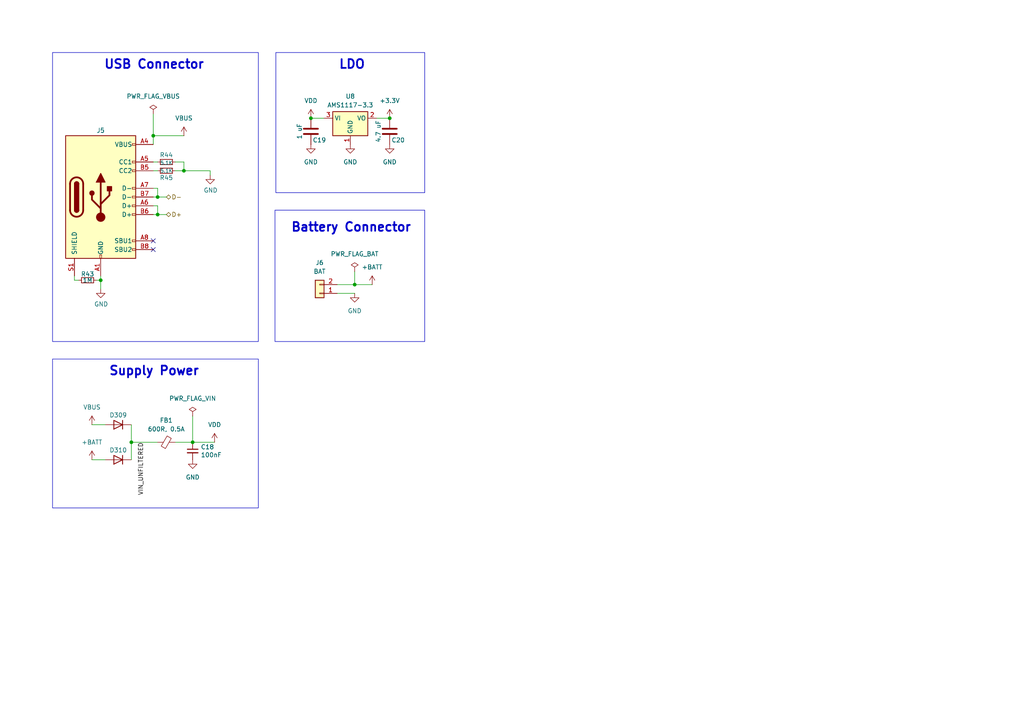
<source format=kicad_sch>
(kicad_sch (version 20250114) (generator "eeschema") (generator_version "9.0")
  (paper "A4")
  (title_block (title "Badge for RIOT Summit '25") (date "2025-08-03") (rev "0.1") (company "Marian Buschsieweke") (comment 1 "With lots of help from https://badge.team"))
  (lib_symbols
    (symbol "Connector:USB_C_Receptacle_USB2.0_16P" (pin_names (offset 1.016))
      (property "Reference" "J" (at 0 22.225 0))
      (property "Value" "USB_C_Receptacle_USB2.0_16P" (at 0 19.685 0))
      (symbol "USB_C_Receptacle_USB2.0_16P_0_0"
        (rectangle (start -0.254 -17.78) (end 0.254 -16.764))
        (rectangle (start 10.16 15.494) (end 9.144 14.986))
        (rectangle (start 10.16 10.414) (end 9.144 9.906))
        (rectangle (start 10.16 7.874) (end 9.144 7.366))
        (rectangle (start 10.16 2.794) (end 9.144 2.286))
        (rectangle (start 10.16 0.254) (end 9.144 -0.254))
        (rectangle (start 10.16 -2.286) (end 9.144 -2.794))
        (rectangle (start 10.16 -4.826) (end 9.144 -5.334))
        (rectangle (start 10.16 -12.446) (end 9.144 -12.954))
        (rectangle (start 10.16 -14.986) (end 9.144 -15.494))
      )
      (symbol "USB_C_Receptacle_USB2.0_16P_0_1"
        (rectangle (start -10.16 17.78) (end 10.16 -17.78) (stroke (width 0.254)) (fill (type background)))
        (polyline (pts (xy -8.89 -3.81) (xy -8.89 3.81)) (stroke (width 0.508)))
        (rectangle (start -7.62 -3.81) (end -6.35 3.81) (stroke (width 0.254)) (fill (type outline)))
        (arc (start -7.62 3.81) (mid -6.985 4.4423) (end -6.35 3.81) (stroke (width 0.254)))
        (arc (start -7.62 3.81) (mid -6.985 4.4423) (end -6.35 3.81) (stroke (width 0.254)) (fill (type outline)))
        (arc (start -8.89 3.81) (mid -6.985 5.7067) (end -5.08 3.81) (stroke (width 0.508)))
        (arc (start -5.08 -3.81) (mid -6.985 -5.7067) (end -8.89 -3.81) (stroke (width 0.508)))
        (arc (start -6.35 -3.81) (mid -6.985 -4.4423) (end -7.62 -3.81) (stroke (width 0.254)))
        (arc (start -6.35 -3.81) (mid -6.985 -4.4423) (end -7.62 -3.81) (stroke (width 0.254)) (fill (type outline)))
        (polyline (pts (xy -5.08 3.81) (xy -5.08 -3.81)) (stroke (width 0.508)))
        (circle (center -2.54 1.143) (radius 0.635) (stroke (width 0.254)) (fill (type outline)))
        (polyline (pts (xy -1.27 4.318) (xy 0 6.858) (xy 1.27 4.318) (xy -1.27 4.318)) (stroke (width 0.254)) (fill (type outline)))
        (polyline (pts (xy 0 -2.032) (xy 2.54 0.508) (xy 2.54 1.778)) (stroke (width 0.508)))
        (polyline (pts (xy 0 -3.302) (xy -2.54 -0.762) (xy -2.54 0.508)) (stroke (width 0.508)))
        (polyline (pts (xy 0 -5.842) (xy 0 4.318)) (stroke (width 0.508)))
        (circle (center 0 -5.842) (radius 1.27) (fill (type outline)))
        (rectangle (start 1.905 1.778) (end 3.175 3.048) (stroke (width 0.254)) (fill (type outline)))
      )
      (symbol "USB_C_Receptacle_USB2.0_16P_1_1"
        (pin passive line (at -7.62 -22.86 90) (length 5.08) (name "SHIELD") (number "S1"))
        (pin passive line (at 0 -22.86 90) (length 5.08) (name "GND") (number "A1"))
        (pin passive line (at 0 -22.86 90) (length 5.08) (hide yes) (name "GND") (number "A12"))
        (pin passive line (at 0 -22.86 90) (length 5.08) (hide yes) (name "GND") (number "B1"))
        (pin passive line (at 0 -22.86 90) (length 5.08) (hide yes) (name "GND") (number "B12"))
        (pin passive line (at 15.24 15.24 180) (length 5.08) (name "VBUS") (number "A4"))
        (pin passive line (at 15.24 15.24 180) (length 5.08) (hide yes) (name "VBUS") (number "A9"))
        (pin passive line (at 15.24 15.24 180) (length 5.08) (hide yes) (name "VBUS") (number "B4"))
        (pin passive line (at 15.24 15.24 180) (length 5.08) (hide yes) (name "VBUS") (number "B9"))
        (pin bidirectional line (at 15.24 10.16 180) (length 5.08) (name "CC1") (number "A5"))
        (pin bidirectional line (at 15.24 7.62 180) (length 5.08) (name "CC2") (number "B5"))
        (pin bidirectional line (at 15.24 2.54 180) (length 5.08) (name "D-") (number "A7"))
        (pin bidirectional line (at 15.24 0 180) (length 5.08) (name "D-") (number "B7"))
        (pin bidirectional line (at 15.24 -2.54 180) (length 5.08) (name "D+") (number "A6"))
        (pin bidirectional line (at 15.24 -5.08 180) (length 5.08) (name "D+") (number "B6"))
        (pin bidirectional line (at 15.24 -12.7 180) (length 5.08) (name "SBU1") (number "A8"))
        (pin bidirectional line (at 15.24 -15.24 180) (length 5.08) (name "SBU2") (number "B8"))
      )
    )
    (symbol "Connector_Generic:Conn_01x02" (pin_names (offset 1.016) (hide yes))
      (property "Reference" "J" (at 0 2.54 0))
      (property "Value" "Conn_01x02" (at 0 -5.08 0))
      (symbol "Conn_01x02_1_1"
        (rectangle (start -1.27 1.27) (end 1.27 -3.81) (stroke (width 0.254)) (fill (type background)))
        (rectangle (start -1.27 0.127) (end 0 -0.127) (stroke (width 0.1524)))
        (rectangle (start -1.27 -2.413) (end 0 -2.667) (stroke (width 0.1524)))
        (pin passive line (at -5.08 0 0) (length 3.81) (name "Pin_1") (number "1"))
        (pin passive line (at -5.08 -2.54 0) (length 3.81) (name "Pin_2") (number "2"))
      )
    )
    (symbol "Device:C" (pin_numbers (hide yes)) (pin_names (offset 0.254))
      (property "Reference" "C" (at 0.635 2.54 0))
      (property "Value" "C" (at 0.635 -2.54 0))
      (symbol "C_0_1"
        (polyline (pts (xy -2.032 0.762) (xy 2.032 0.762)) (stroke (width 0.508)))
        (polyline (pts (xy -2.032 -0.762) (xy 2.032 -0.762)) (stroke (width 0.508)))
      )
      (symbol "C_1_1"
        (pin passive line (at 0 3.81 270) (length 2.794) (name "~") (number "1"))
        (pin passive line (at 0 -3.81 90) (length 2.794) (name "~") (number "2"))
      )
    )
    (symbol "Device:C_Small" (pin_numbers (hide yes)) (pin_names (offset 0.254) (hide yes))
      (property "Reference" "C" (at 0.254 1.778 0))
      (property "Value" "C_Small" (at 0.254 -2.032 0))
      (symbol "C_Small_0_1"
        (polyline (pts (xy -1.524 0.508) (xy 1.524 0.508)) (stroke (width 0.3048)))
        (polyline (pts (xy -1.524 -0.508) (xy 1.524 -0.508)) (stroke (width 0.3302)))
      )
      (symbol "C_Small_1_1"
        (pin passive line (at 0 2.54 270) (length 2.032) (name "~") (number "1"))
        (pin passive line (at 0 -2.54 90) (length 2.032) (name "~") (number "2"))
      )
    )
    (symbol "Device:D" (pin_numbers (hide yes)) (pin_names (offset 1.016) (hide yes))
      (property "Reference" "D" (at 0 2.54 0))
      (property "Value" "D" (at 0 -2.54 0))
      (symbol "D_0_1"
        (polyline (pts (xy -1.27 1.27) (xy -1.27 -1.27)) (stroke (width 0.254)))
        (polyline (pts (xy 1.27 1.27) (xy 1.27 -1.27) (xy -1.27 0) (xy 1.27 1.27)) (stroke (width 0.254)))
        (polyline (pts (xy 1.27 0) (xy -1.27 0)))
      )
      (symbol "D_1_1"
        (pin passive line (at -3.81 0 0) (length 2.54) (name "K") (number "1"))
        (pin passive line (at 3.81 0 180) (length 2.54) (name "A") (number "2"))
      )
    )
    (symbol "Device:FerriteBead_Small" (pin_numbers (hide yes)) (pin_names (offset 0))
      (property "Reference" "FB" (at 1.905 1.27 0))
      (property "Value" "FerriteBead_Small" (at 1.905 -1.27 0))
      (symbol "FerriteBead_Small_0_1"
        (polyline (pts (xy -1.8288 0.2794) (xy -1.1176 1.4986) (xy 1.8288 -0.2032) (xy 1.1176 -1.4224) (xy -1.8288 0.2794)))
        (polyline (pts (xy 0 0.889) (xy 0 1.2954)))
        (polyline (pts (xy 0 -1.27) (xy 0 -0.7874)))
      )
      (symbol "FerriteBead_Small_1_1"
        (pin passive line (at 0 2.54 270) (length 1.27) (name "~") (number "1"))
        (pin passive line (at 0 -2.54 90) (length 1.27) (name "~") (number "2"))
      )
    )
    (symbol "Device:R_Small" (pin_numbers (hide yes)) (pin_names (offset 0.254) (hide yes))
      (property "Reference" "R" (at 0 0 90))
      (property "Value" "R_Small" (at 1.778 0 90))
      (symbol "R_Small_0_1"
        (rectangle (start -0.762 1.778) (end 0.762 -1.778) (stroke (width 0.2032)))
      )
      (symbol "R_Small_1_1"
        (pin passive line (at 0 2.54 270) (length 0.762) (name "~") (number "1"))
        (pin passive line (at 0 -2.54 90) (length 0.762) (name "~") (number "2"))
      )
    )
    (symbol "R_Small_1" (pin_numbers (hide yes)) (pin_names (offset 0.254) (hide yes))
      (property "Reference" "R" (at 0 0 90))
      (property "Value" "R_Small" (at 1.778 0 90))
      (symbol "R_Small_1_0_1"
        (rectangle (start -0.762 1.778) (end 0.762 -1.778) (stroke (width 0.2032)))
      )
      (symbol "R_Small_1_1_1"
        (pin passive line (at 0 2.54 270) (length 0.762) (name "~") (number "1"))
        (pin passive line (at 0 -2.54 90) (length 0.762) (name "~") (number "2"))
      )
    )
    (symbol "R_Small_2" (pin_numbers (hide yes)) (pin_names (offset 0.254) (hide yes))
      (property "Reference" "R" (at 0 0 90))
      (property "Value" "R_Small" (at 1.778 0 90))
      (symbol "R_Small_2_0_1"
        (rectangle (start -0.762 1.778) (end 0.762 -1.778) (stroke (width 0.2032)))
      )
      (symbol "R_Small_2_1_1"
        (pin passive line (at 0 2.54 270) (length 0.762) (name "~") (number "1"))
        (pin passive line (at 0 -2.54 90) (length 0.762) (name "~") (number "2"))
      )
    )
    (symbol "Regulator_Linear:AMS1117-3.3"
      (property "Reference" "U" (at -3.81 3.175 0))
      (property "Value" "AMS1117-3.3" (at 0 3.175 0))
      (symbol "AMS1117-3.3_0_1"
        (rectangle (start -5.08 -5.08) (end 5.08 1.905) (stroke (width 0.254)) (fill (type background)))
      )
      (symbol "AMS1117-3.3_1_1"
        (pin power_in line (at -7.62 0 0) (length 2.54) (name "VI") (number "3"))
        (pin power_in line (at 0 -7.62 90) (length 2.54) (name "GND") (number "1"))
        (pin power_out line (at 7.62 0 180) (length 2.54) (name "VO") (number "2"))
      )
    )
    (symbol "power:+3.3V" (power) (pin_numbers (hide yes)) (pin_names (offset 0) (hide yes))
      (property "Value" "+3.3V" (at 0 3.556 0))
      (symbol "+3.3V_0_1"
        (polyline (pts (xy -0.762 1.27) (xy 0 2.54)))
        (polyline (pts (xy 0 2.54) (xy 0.762 1.27)))
        (polyline (pts (xy 0 0) (xy 0 2.54)))
      )
      (symbol "+3.3V_1_1"
        (pin power_in line (at 0 0 90) (length 0) (name "~") (number "1"))
      )
    )
    (symbol "power:+BATT" (power) (pin_numbers (hide yes)) (pin_names (offset 0) (hide yes))
      (property "Value" "+BATT" (at 0 3.556 0))
      (symbol "+BATT_0_1"
        (polyline (pts (xy -0.762 1.27) (xy 0 2.54)))
        (polyline (pts (xy 0 2.54) (xy 0.762 1.27)))
        (polyline (pts (xy 0 0) (xy 0 2.54)))
      )
      (symbol "+BATT_1_1"
        (pin power_in line (at 0 0 90) (length 0) (name "~") (number "1"))
      )
    )
    (symbol "power:GND" (power) (pin_numbers (hide yes)) (pin_names (offset 0) (hide yes))
      (property "Value" "GND" (at 0 -3.81 0))
      (symbol "GND_0_1"
        (polyline (pts (xy 0 0) (xy 0 -1.27) (xy 1.27 -1.27) (xy 0 -2.54) (xy -1.27 -1.27) (xy 0 -1.27)))
      )
      (symbol "GND_1_1"
        (pin power_in line (at 0 0 270) (length 0) (name "~") (number "1"))
      )
    )
    (symbol "power:PWR_FLAG" (power) (pin_numbers (hide yes)) (pin_names (offset 0) (hide yes))
      (property "Value" "PWR_FLAG" (at 0 3.81 0))
      (symbol "PWR_FLAG_0_0"
        (pin power_out line (at 0 0 90) (length 0) (name "~") (number "1"))
      )
      (symbol "PWR_FLAG_0_1"
        (polyline (pts (xy 0 0) (xy 0 1.27) (xy -1.016 1.905) (xy 0 2.54) (xy 1.016 1.905) (xy 0 1.27)))
      )
    )
    (symbol "power:VBUS" (power) (pin_numbers (hide yes)) (pin_names (offset 0) (hide yes))
      (property "Value" "VBUS" (at 0 3.556 0))
      (symbol "VBUS_0_1"
        (polyline (pts (xy -0.762 1.27) (xy 0 2.54)))
        (polyline (pts (xy 0 2.54) (xy 0.762 1.27)))
        (polyline (pts (xy 0 0) (xy 0 2.54)))
      )
      (symbol "VBUS_1_1"
        (pin power_in line (at 0 0 90) (length 0) (name "~") (number "1"))
      )
    )
    (symbol "power:VDD" (power) (pin_numbers (hide yes)) (pin_names (offset 0) (hide yes))
      (property "Value" "VDD" (at 0 3.556 0))
      (symbol "VDD_0_1"
        (polyline (pts (xy -0.762 1.27) (xy 0 2.54)))
        (polyline (pts (xy 0 2.54) (xy 0.762 1.27)))
        (polyline (pts (xy 0 0) (xy 0 2.54)))
      )
      (symbol "VDD_1_1"
        (pin power_in line (at 0 0 90) (length 0) (name "~") (number "1"))
      )
    )
  )
  (rectangle (start 79.756 60.96) (end 123.19 99.06))
  (rectangle (start 15.24 104.14) (end 74.93 147.32))
  (rectangle (start 80.01 15.24) (end 123.19 55.88))
  (rectangle (start 15.24 15.24) (end 74.93 99.06))
  (text "LDO" (at 102.108 18.796 0) (effects (font (size 2.54 2.54) (thickness 0.508) (bold yes))))
  (text "USB Connector" (at 44.704 18.796 0) (effects (font (size 2.54 2.54) (thickness 0.508) (bold yes))))
  (text "Battery Connector" (at 101.854 66.04 0) (effects (font (size 2.54 2.54) (thickness 0.508) (bold yes))))
  (text "Supply Power" (at 44.704 107.696 0) (effects (font (size 2.54 2.54) (thickness 0.508) (bold yes))))
  (junction (at 29.21 81.28))
  (junction (at 38.1 128.27))
  (junction (at 45.72 62.23))
  (junction (at 55.88 128.27))
  (junction (at 102.87 82.55))
  (junction (at 90.17 34.29))
  (junction (at 53.34 49.53))
  (junction (at 113.03 34.29))
  (junction (at 44.45 39.37))
  (junction (at 45.72 57.15))
  (no_connect (at 44.45 69.85))
  (no_connect (at 44.45 72.39))
  (wire (pts (xy 109.22 34.29) (xy 113.03 34.29)))
  (wire (pts (xy 29.21 81.28) (xy 29.21 83.82)))
  (wire (pts (xy 45.72 59.69) (xy 45.72 62.23)))
  (wire (pts (xy 102.87 82.55) (xy 107.95 82.55)))
  (wire (pts (xy 44.45 33.02) (xy 44.45 39.37)))
  (wire (pts (xy 45.72 54.61) (xy 45.72 57.15)))
  (wire (pts (xy 53.34 46.99) (xy 53.34 49.53)))
  (wire (pts (xy 55.88 128.27) (xy 62.23 128.27)))
  (wire (pts (xy 45.72 46.99) (xy 44.45 46.99)))
  (wire (pts (xy 44.45 62.23) (xy 45.72 62.23)))
  (wire (pts (xy 29.21 80.01) (xy 29.21 81.28)))
  (wire (pts (xy 50.8 46.99) (xy 53.34 46.99)))
  (wire (pts (xy 44.45 59.69) (xy 45.72 59.69)))
  (wire (pts (xy 50.8 128.27) (xy 55.88 128.27)))
  (wire (pts (xy 38.1 128.27) (xy 45.72 128.27)))
  (wire (pts (xy 27.94 81.28) (xy 29.21 81.28)))
  (wire (pts (xy 26.67 133.35) (xy 30.48 133.35)))
  (wire (pts (xy 45.72 57.15) (xy 44.45 57.15)))
  (wire (pts (xy 26.67 123.19) (xy 30.48 123.19)))
  (wire (pts (xy 21.59 80.01) (xy 21.59 81.28)))
  (wire (pts (xy 44.45 39.37) (xy 53.34 39.37)))
  (wire (pts (xy 45.72 57.15) (xy 48.26 57.15)))
  (wire (pts (xy 53.34 49.53) (xy 60.96 49.53)))
  (wire (pts (xy 45.72 62.23) (xy 48.26 62.23)))
  (wire (pts (xy 90.17 34.29) (xy 93.98 34.29)))
  (wire (pts (xy 38.1 123.19) (xy 38.1 128.27)))
  (wire (pts (xy 44.45 54.61) (xy 45.72 54.61)))
  (wire (pts (xy 44.45 49.53) (xy 45.72 49.53)))
  (wire (pts (xy 21.59 81.28) (xy 22.86 81.28)))
  (wire (pts (xy 38.1 128.27) (xy 38.1 133.35)))
  (wire (pts (xy 97.79 85.09) (xy 102.87 85.09)))
  (wire (pts (xy 97.79 82.55) (xy 102.87 82.55)))
  (wire (pts (xy 102.87 78.74) (xy 102.87 82.55)))
  (wire (pts (xy 60.96 50.8) (xy 60.96 49.53)))
  (wire (pts (xy 50.8 49.53) (xy 53.34 49.53)))
  (wire (pts (xy 55.88 120.65) (xy 55.88 128.27)))
  (wire (pts (xy 44.45 39.37) (xy 44.45 41.91)))
  (label "VIN_UNFILTERED" (at 41.91 128.27 270))
  (hierarchical_label "D+" (shape bidirectional) (at 48.26 62.23 0))
  (hierarchical_label "D-" (shape bidirectional) (at 48.26 57.15 0))
  (symbol (lib_id "power:GND") (at 60.96 50.8 0) (unit 1)
    (property "Reference" "#PWR068" (effects (hide yes)))
    (property "Value" "GND" (at 61.087 55.1942 0))
  )
  (symbol (lib_id "power:GND") (at 29.21 83.82 0) (unit 1)
    (property "Reference" "#PWR065" (effects (hide yes)))
    (property "Value" "GND" (at 29.337 88.2142 0))
  )
  (symbol (lib_id "Device:C_Small") (at 55.88 130.81 0) (unit 1)
    (property "Reference" "C18" (at 58.2168 129.6416 0) (effects (justify left)))
    (property "Value" "100nF" (at 58.2168 131.953 0) (effects (justify left)))
    (property "Footprint" "Capacitor_SMD:C_0402_1005Metric" (effects (hide yes)))
    (property "P/N" "CL05B104KO5NNNC" (effects (hide yes)))
    (property "LCSC" "C1525" (effects (hide yes)))
    (property "Key" "cap-cer-0402-100n" (effects (hide yes)))
  )
  (symbol (lib_id "power:PWR_FLAG") (at 102.87 78.74 0) (unit 1)
    (property "Reference" "#FLG03" (effects (hide yes)))
    (property "Value" "PWR_FLAG_BAT" (at 102.87 73.66 0))
    (property "Description" "Special symbol for telling ERC where power comes from" (effects (hide yes)))
  )
  (symbol (lib_id "power:VDD") (at 62.23 128.27 0) (unit 1)
    (property "Reference" "#PWR069" (effects (hide yes)))
    (property "Value" "VDD" (at 62.23 123.19 0))
    (property "Description" "Power symbol creates a global label with name \"VDD\"" (effects (hide yes)))
  )
  (symbol (lib_id "power:GND") (at 113.03 41.91 0) (unit 1)
    (property "Reference" "#PWR076" (effects (hide yes)))
    (property "Value" "GND" (at 113.03 46.99 0))
    (property "Description" "Power symbol creates a global label with name \"GND\" , ground" (effects (hide yes)))
  )
  (symbol (lib_id "power:PWR_FLAG") (at 44.45 33.02 0) (unit 1)
    (property "Reference" "#FLG01" (effects (hide yes)))
    (property "Value" "PWR_FLAG_VBUS" (at 44.45 27.94 0))
    (property "Description" "Special symbol for telling ERC where power comes from" (effects (hide yes)))
  )
  (symbol (lib_id "Device:C") (at 90.17 38.1 0) (unit 1)
    (property "Reference" "C19" (at 90.678 40.64 0) (effects (justify left)))
    (property "Value" "1 uF" (at 86.868 38.1 90))
    (property "Footprint" "Capacitor_SMD:C_0402_1005Metric" (effects (hide yes)))
    (property "Datasheet" "https://jlcpcb.com/api/file/downloadByFileSystemAccessId/8579707174974914560" (effects (hide yes)))
    (property "Description" "Unpolarized capacitor" (effects (hide yes)))
    (property "LCSC" "C52923" (effects (hide yes)))
  )
  (symbol (lib_id "Device:FerriteBead_Small") (at 48.26 128.27 90) (unit 1)
    (property "Reference" "FB1" (at 48.2219 121.92 90))
    (property "Value" "600R, 0.5A" (at 48.2219 124.46 90))
    (property "Footprint" "Inductor_SMD:L_0805_2012Metric" (effects (hide yes)))
    (property "Datasheet" "https://jlcpcb.com/api/file/downloadByFileSystemAccessId/8565214663974404096" (effects (hide yes)))
    (property "Description" "Ferrite bead, small symbol" (effects (hide yes)))
    (property "LCSC" "C1017" (effects (hide yes)))
  )
  (symbol (lib_id "power:+3.3V") (at 113.03 34.29 0) (unit 1)
    (property "Reference" "#PWR075" (effects (hide yes)))
    (property "Value" "+3.3V" (at 113.03 29.21 0))
    (property "Description" "Power symbol creates a global label with name \"+3.3V\"" (effects (hide yes)))
  )
  (symbol (lib_id "Connector:USB_C_Receptacle_USB2.0_16P") (at 29.21 57.15 0) (unit 1)
    (property "Reference" "J5" (at 29.21 37.846 0))
    (property "Value" "USB_C_Receptacle_USB2.0_16P" (effects (hide yes)))
    (property "Footprint" "Connector_USB:USB_C_Receptacle_GCT_USB4105-xx-A_16P_TopMnt_Horizontal" (effects (hide yes)))
    (property "Datasheet" "https://www.usb.org/sites/default/files/documents/usb_type-c.zip" (effects (hide yes)))
    (property "Description" "USB 2.0-only 16P Type-C Receptacle connector" (effects (hide yes)))
    (property "LCSC" "C165948" (effects (hide yes)))
    (property "FT Position Offset" "0,1.27,0" (effects (hide yes)))
  )
  (symbol (lib_id "Device:D") (at 34.29 133.35 180) (unit 1)
    (property "Reference" "D310" (at 34.29 130.556 0))
    (property "Value" "D" (effects (hide yes)))
    (property "Footprint" "Diode_SMD:D_SOD-123" (effects (hide yes)))
    (property "Datasheet" "https://jlcpcb.com/api/file/downloadByFileSystemAccessId/8586175619906613248" (effects (hide yes)))
    (property "Description" "Diode" (effects (hide yes)))
    (property "Sim.Device" "D" (effects (hide yes)))
    (property "Sim.Pins" "1=K 2=A" (effects (hide yes)))
    (property "LCSC" " C64898" (effects (hide yes)))
  )
  (symbol (lib_id "power:GND") (at 102.87 85.09 0) (unit 1)
    (property "Reference" "#PWR073" (effects (hide yes)))
    (property "Value" "GND" (at 102.87 90.17 0))
    (property "Description" "Power symbol creates a global label with name \"GND\" , ground" (effects (hide yes)))
  )
  (symbol (lib_id "power:VBUS") (at 26.67 123.19 0) (unit 1)
    (property "Reference" "#PWR063" (effects (hide yes)))
    (property "Value" "VBUS" (at 26.67 118.11 0))
    (property "Description" "Power symbol creates a global label with name \"VBUS\"" (effects (hide yes)))
  )
  (symbol (lib_name "R_Small_2") (lib_id "Device:R_Small") (at 48.26 46.99 270) (unit 1)
    (property "Reference" "R44" (at 48.26 44.958 90))
    (property "Value" "5.1K" (at 48.26 47.244 90) (effects (font (size 1.016 1.016))))
    (property "Footprint" "Resistor_SMD:R_0402_1005Metric" (effects (hide yes)))
    (property "Description" "Resistor, small symbol" (effects (hide yes)))
    (property "P/N" "0402WGF5101TCE" (effects (hide yes)))
    (property "LCSC" "C25905" (effects (hide yes)))
    (property "Key" "res-0402-5k1" (effects (hide yes)))
  )
  (symbol (lib_id "power:+BATT") (at 26.67 133.35 0) (unit 1)
    (property "Reference" "#PWR064" (effects (hide yes)))
    (property "Value" "+BATT" (at 26.67 128.27 0))
    (property "Description" "Power symbol creates a global label with name \"+BATT\"" (effects (hide yes)))
  )
  (symbol (lib_name "R_Small_1") (lib_id "Device:R_Small") (at 48.26 49.53 90) (mirror x) (unit 1)
    (property "Reference" "R45" (at 48.26 51.562 90))
    (property "Value" "5.1K" (at 48.26 49.53 90) (effects (font (size 1.016 1.016))))
    (property "Footprint" "Resistor_SMD:R_0402_1005Metric" (effects (hide yes)))
    (property "Description" "Resistor, small symbol" (effects (hide yes)))
    (property "P/N" "0402WGF2001TCE" (effects (hide yes)))
    (property "LCSC" "C4109" (effects (hide yes)))
    (property "Key" "res-0402-5k1" (effects (hide yes)))
  )
  (symbol (lib_id "power:VDD") (at 90.17 34.29 0) (unit 1)
    (property "Reference" "#PWR070" (effects (hide yes)))
    (property "Value" "VDD" (at 90.17 29.21 0))
    (property "Description" "Power symbol creates a global label with name \"VDD\"" (effects (hide yes)))
  )
  (symbol (lib_id "Connector_Generic:Conn_01x02") (at 92.71 85.09 180) (unit 1)
    (property "Reference" "J6" (at 92.71 76.2 0))
    (property "Value" "BAT" (at 92.71 78.74 0))
    (property "Footprint" "custom:CONN-TH_2P-P2.00_KINGHELM_KH-PH-2P-Z" (effects (hide yes)))
    (property "Description" "Generic connector, single row, 01x02, script generated (kicad-library-utils/schlib/autogen/connector/)" (effects (hide yes)))
    (property "LCSC" "    C2898945" (effects (hide yes)))
  )
  (symbol (lib_id "power:+BATT") (at 107.95 82.55 0) (unit 1)
    (property "Reference" "#PWR072" (effects (hide yes)))
    (property "Value" "+BATT" (at 107.95 77.47 0))
    (property "Description" "Power symbol creates a global label with name \"+BATT\"" (effects (hide yes)))
  )
  (symbol (lib_id "Device:D") (at 34.29 123.19 180) (unit 1)
    (property "Reference" "D309" (at 34.29 120.396 0))
    (property "Value" "D" (effects (hide yes)))
    (property "Footprint" "Diode_SMD:D_SOD-123" (effects (hide yes)))
    (property "Datasheet" "https://jlcpcb.com/api/file/downloadByFileSystemAccessId/8586175619906613248" (effects (hide yes)))
    (property "Description" "Diode" (effects (hide yes)))
    (property "Sim.Device" "D" (effects (hide yes)))
    (property "Sim.Pins" "1=K 2=A" (effects (hide yes)))
    (property "LCSC" " C64898" (effects (hide yes)))
  )
  (symbol (lib_id "Device:R_Small") (at 25.4 81.28 270) (unit 1)
    (property "Reference" "R43" (at 25.4 79.502 90))
    (property "Value" "1M" (at 25.4 81.28 90))
    (property "Footprint" "Resistor_SMD:R_0402_1005Metric" (effects (hide yes)))
    (property "Description" "Resistor, small symbol" (effects (hide yes)))
    (property "Key" "res-0402-1M" (effects (hide yes)))
    (property "LCSC" "C26083" (effects (hide yes)))
    (property "P/N" "0402WGF1004TCE" (effects (hide yes)))
  )
  (symbol (lib_id "Regulator_Linear:AMS1117-3.3") (at 101.6 34.29 0) (unit 1)
    (property "Reference" "U8" (at 101.6 27.94 0))
    (property "Value" "AMS1117-3.3" (at 101.6 30.48 0))
    (property "Footprint" "Package_TO_SOT_SMD:SOT-223-3_TabPin2" (effects (hide yes)))
    (property "Datasheet" "http://www.advanced-monolithic.com/pdf/ds1117.pdf" (effects (hide yes)))
    (property "Description" "1A Low Dropout regulator, positive, 3.3V fixed output, SOT-223" (effects (hide yes)))
    (property "LCSC" "C6186" (effects (hide yes)))
  )
  (symbol (lib_id "power:PWR_FLAG") (at 55.88 120.65 0) (unit 1)
    (property "Reference" "#FLG02" (effects (hide yes)))
    (property "Value" "PWR_FLAG_VIN" (at 55.88 115.57 0))
    (property "Description" "Special symbol for telling ERC where power comes from" (effects (hide yes)))
  )
  (symbol (lib_id "power:GND") (at 55.88 133.35 0) (unit 1)
    (property "Reference" "#PWR067" (effects (hide yes)))
    (property "Value" "GND" (at 55.88 138.43 0))
    (property "Description" "Power symbol creates a global label with name \"GND\" , ground" (effects (hide yes)))
  )
  (symbol (lib_id "power:VBUS") (at 53.34 39.37 0) (unit 1)
    (property "Reference" "#PWR066" (effects (hide yes)))
    (property "Value" "VBUS" (at 53.34 34.29 0))
    (property "Description" "Power symbol creates a global label with name \"VBUS\"" (effects (hide yes)))
  )
  (symbol (lib_id "Device:C") (at 113.03 38.1 0) (unit 1)
    (property "Reference" "C20" (at 113.538 40.64 0) (effects (justify left)))
    (property "Value" "4.7 uF" (at 109.728 38.1 90))
    (property "Footprint" "Capacitor_SMD:C_0402_1005Metric" (effects (hide yes)))
    (property "Datasheet" "https://jlcpcb.com/api/file/downloadByFileSystemAccessId/8579707315714920448" (effects (hide yes)))
    (property "Description" "Unpolarized capacitor" (effects (hide yes)))
    (property "LCSC" "C23733" (effects (hide yes)))
  )
  (symbol (lib_id "power:GND") (at 90.17 41.91 0) (unit 1)
    (property "Reference" "#PWR071" (effects (hide yes)))
    (property "Value" "GND" (at 90.17 46.99 0))
    (property "Description" "Power symbol creates a global label with name \"GND\" , ground" (effects (hide yes)))
  )
  (symbol (lib_id "power:GND") (at 101.6 41.91 0) (unit 1)
    (property "Reference" "#PWR074" (effects (hide yes)))
    (property "Value" "GND" (at 101.6 46.99 0))
    (property "Description" "Power symbol creates a global label with name \"GND\" , ground" (effects (hide yes)))
  )
)
</source>
